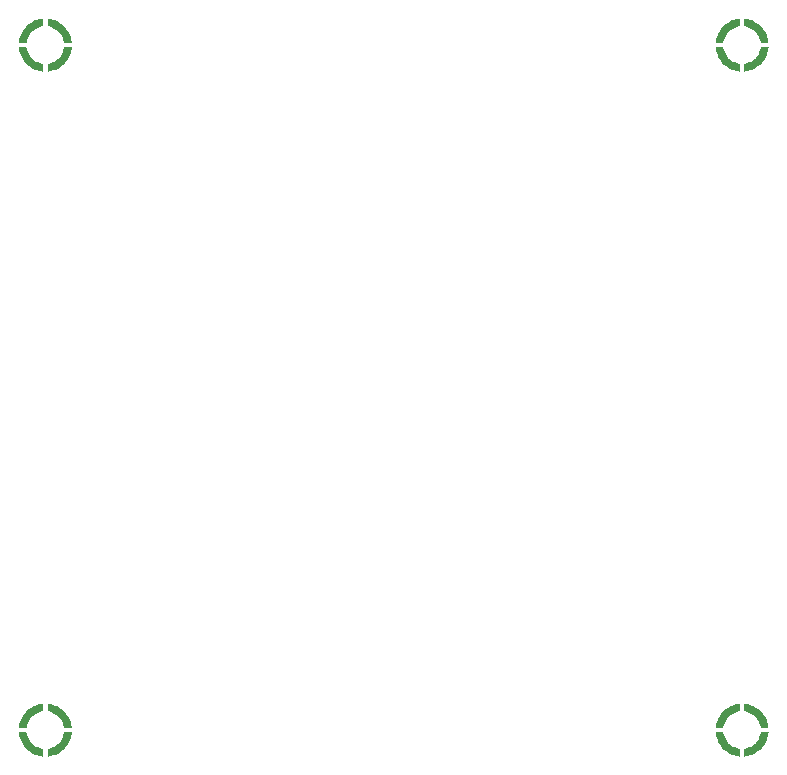
<source format=gbr>
G04*
G04 #@! TF.GenerationSoftware,Altium Limited,Altium Designer,24.3.1 (35)*
G04*
G04 Layer_Color=8421504*
%FSLAX25Y25*%
%MOIN*%
G70*
G04*
G04 #@! TF.SameCoordinates,4C6EEDD9-8573-49FE-A8EC-0E224A19D34F*
G04*
G04*
G04 #@! TF.FilePolarity,Positive*
G04*
G01*
G75*
G36*
X71885Y54331D02*
X71885D01*
X71885D01*
D01*
D02*
G37*
G36*
X74459Y54331D02*
X74512Y53988D01*
X74673Y53315D01*
X74908Y52663D01*
X75212Y52041D01*
X75583Y51456D01*
X76016Y50915D01*
X76506Y50426D01*
X77047Y49993D01*
X77631Y49622D01*
X78254Y49317D01*
X78905Y49083D01*
X79579Y48921D01*
X79921Y48868D01*
X79921D01*
Y46295D01*
X79537Y46329D01*
X78777Y46464D01*
X78032Y46665D01*
X77307Y46930D01*
X76609Y47256D01*
X75941Y47643D01*
X75309Y48085D01*
X74718Y48582D01*
X74172Y49127D01*
X73676Y49718D01*
X73233Y50350D01*
X72847Y51018D01*
X72520Y51717D01*
X72256Y52442D01*
X72055Y53187D01*
X71920Y53946D01*
X71885Y54331D01*
X74459Y54331D01*
D02*
G37*
G36*
X79921Y63941D02*
D01*
Y63941D01*
Y63941D01*
D02*
G37*
G36*
X79921Y61368D02*
X79579Y61315D01*
X78905Y61154D01*
X78254Y60919D01*
X77631Y60615D01*
X77047Y60243D01*
X76506Y59811D01*
X76016Y59321D01*
X75583Y58780D01*
X75212Y58195D01*
X74908Y57573D01*
X74673Y56921D01*
X74512Y56248D01*
X74459Y55905D01*
Y55905D01*
X71885D01*
X71920Y56290D01*
X72055Y57050D01*
X72256Y57794D01*
X72520Y58519D01*
X72847Y59218D01*
X73233Y59886D01*
X73676Y60518D01*
X74172Y61109D01*
X74718Y61655D01*
X75309Y62151D01*
X75941Y62594D01*
X76609Y62980D01*
X77307Y63306D01*
X78032Y63571D01*
X78777Y63772D01*
X79537Y63907D01*
X79921Y63941D01*
X79921Y61368D01*
D02*
G37*
G36*
X89498Y53946D02*
X89362Y53187D01*
X89162Y52442D01*
X88897Y51717D01*
X88570Y51018D01*
X88184Y50350D01*
X87741Y49718D01*
X87245Y49127D01*
X86700Y48582D01*
X86109Y48085D01*
X85477Y47643D01*
X84809Y47256D01*
X84110Y46930D01*
X83385Y46665D01*
X82640Y46464D01*
X81880Y46329D01*
X81496Y46295D01*
X81496Y48868D01*
X81839Y48921D01*
X82512Y49083D01*
X83164Y49317D01*
X83786Y49622D01*
X84371Y49993D01*
X84911Y50426D01*
X85401Y50915D01*
X85834Y51456D01*
X86205Y52041D01*
X86510Y52663D01*
X86744Y53315D01*
X86906Y53988D01*
X86958Y54331D01*
Y54331D01*
X89532D01*
X89498Y53946D01*
D02*
G37*
G36*
X81496Y46295D02*
Y46295D01*
D01*
Y46295D01*
D02*
G37*
G36*
X81880Y63907D02*
X82640Y63772D01*
X83385Y63571D01*
X84110Y63306D01*
X84809Y62980D01*
X85477Y62594D01*
X86109Y62151D01*
X86700Y61655D01*
X87245Y61109D01*
X87741Y60518D01*
X88184Y59886D01*
X88570Y59218D01*
X88897Y58519D01*
X89162Y57794D01*
X89362Y57050D01*
X89498Y56290D01*
X89532Y55905D01*
X86958Y55905D01*
X86906Y56248D01*
X86744Y56921D01*
X86510Y57573D01*
X86205Y58195D01*
X85834Y58780D01*
X85401Y59321D01*
X84911Y59811D01*
X84371Y60243D01*
X83786Y60615D01*
X83164Y60919D01*
X82512Y61154D01*
X81839Y61315D01*
X81496Y61368D01*
X81496D01*
Y63941D01*
X81880Y63907D01*
D02*
G37*
G36*
X89532Y55905D02*
X89532D01*
D01*
X89532D01*
D02*
G37*
G36*
X71885Y282677D02*
X71885D01*
X71885D01*
D01*
D02*
G37*
G36*
X74459Y282677D02*
X74512Y282335D01*
X74673Y281661D01*
X74908Y281010D01*
X75212Y280387D01*
X75583Y279803D01*
X76016Y279262D01*
X76506Y278772D01*
X77047Y278339D01*
X77631Y277968D01*
X78254Y277663D01*
X78905Y277429D01*
X79579Y277268D01*
X79921Y277215D01*
X79921D01*
Y274641D01*
X79537Y274676D01*
X78777Y274811D01*
X78032Y275011D01*
X77307Y275276D01*
X76609Y275603D01*
X75941Y275989D01*
X75309Y276432D01*
X74718Y276928D01*
X74172Y277474D01*
X73676Y278065D01*
X73233Y278696D01*
X72847Y279364D01*
X72520Y280063D01*
X72256Y280788D01*
X72055Y281533D01*
X71920Y282293D01*
X71885Y282677D01*
X74459Y282677D01*
D02*
G37*
G36*
X79921Y292288D02*
D01*
Y292288D01*
Y292288D01*
D02*
G37*
G36*
X79921Y289714D02*
X79579Y289662D01*
X78905Y289500D01*
X78254Y289266D01*
X77631Y288961D01*
X77047Y288590D01*
X76506Y288157D01*
X76016Y287667D01*
X75583Y287127D01*
X75212Y286542D01*
X74908Y285920D01*
X74673Y285268D01*
X74512Y284594D01*
X74459Y284252D01*
Y284252D01*
X71885D01*
X71920Y284636D01*
X72055Y285396D01*
X72256Y286141D01*
X72520Y286866D01*
X72847Y287565D01*
X73233Y288233D01*
X73676Y288864D01*
X74172Y289456D01*
X74718Y290001D01*
X75309Y290497D01*
X75941Y290940D01*
X76609Y291326D01*
X77307Y291653D01*
X78032Y291918D01*
X78777Y292118D01*
X79537Y292253D01*
X79921Y292288D01*
X79921Y289714D01*
D02*
G37*
G36*
X89498Y282293D02*
X89362Y281533D01*
X89162Y280788D01*
X88897Y280063D01*
X88570Y279364D01*
X88184Y278696D01*
X87741Y278065D01*
X87245Y277474D01*
X86700Y276928D01*
X86109Y276432D01*
X85477Y275989D01*
X84809Y275603D01*
X84110Y275276D01*
X83385Y275011D01*
X82640Y274811D01*
X81880Y274676D01*
X81496Y274641D01*
X81496Y277215D01*
X81839Y277268D01*
X82512Y277429D01*
X83164Y277663D01*
X83786Y277968D01*
X84371Y278339D01*
X84911Y278772D01*
X85401Y279262D01*
X85834Y279803D01*
X86205Y280387D01*
X86510Y281010D01*
X86744Y281661D01*
X86906Y282335D01*
X86958Y282677D01*
Y282677D01*
X89532D01*
X89498Y282293D01*
D02*
G37*
G36*
X81496Y274641D02*
Y274641D01*
D01*
Y274641D01*
D02*
G37*
G36*
X81880Y292253D02*
X82640Y292118D01*
X83385Y291918D01*
X84110Y291653D01*
X84809Y291326D01*
X85477Y290940D01*
X86109Y290497D01*
X86700Y290001D01*
X87245Y289456D01*
X87741Y288864D01*
X88184Y288233D01*
X88570Y287565D01*
X88897Y286866D01*
X89162Y286141D01*
X89362Y285396D01*
X89498Y284636D01*
X89532Y284252D01*
X86958Y284252D01*
X86906Y284594D01*
X86744Y285268D01*
X86510Y285920D01*
X86205Y286542D01*
X85834Y287127D01*
X85401Y287667D01*
X84911Y288157D01*
X84371Y288590D01*
X83786Y288961D01*
X83164Y289266D01*
X82512Y289500D01*
X81839Y289662D01*
X81496Y289714D01*
X81496D01*
Y292288D01*
X81880Y292253D01*
D02*
G37*
G36*
X89532Y284252D02*
X89532D01*
D01*
X89532D01*
D02*
G37*
G36*
X304169Y54331D02*
X304169D01*
X304169D01*
D01*
D02*
G37*
G36*
X306742Y54331D02*
X306795Y53988D01*
X306957Y53315D01*
X307191Y52663D01*
X307496Y52041D01*
X307867Y51456D01*
X308300Y50915D01*
X308789Y50426D01*
X309330Y49993D01*
X309915Y49622D01*
X310537Y49317D01*
X311189Y49083D01*
X311862Y48921D01*
X312205Y48868D01*
X312205D01*
Y46295D01*
X311821Y46329D01*
X311061Y46464D01*
X310316Y46665D01*
X309591Y46930D01*
X308892Y47256D01*
X308224Y47643D01*
X307592Y48085D01*
X307001Y48582D01*
X306456Y49127D01*
X305960Y49718D01*
X305517Y50350D01*
X305130Y51018D01*
X304804Y51717D01*
X304539Y52442D01*
X304338Y53187D01*
X304203Y53946D01*
X304169Y54331D01*
X306742Y54331D01*
D02*
G37*
G36*
X312205Y63941D02*
D01*
Y63941D01*
Y63941D01*
D02*
G37*
G36*
X312205Y61368D02*
X311862Y61315D01*
X311189Y61154D01*
X310537Y60919D01*
X309915Y60615D01*
X309330Y60243D01*
X308789Y59811D01*
X308300Y59321D01*
X307867Y58780D01*
X307496Y58195D01*
X307191Y57573D01*
X306957Y56921D01*
X306795Y56248D01*
X306742Y55905D01*
Y55905D01*
X304169D01*
X304203Y56290D01*
X304338Y57050D01*
X304539Y57794D01*
X304804Y58519D01*
X305130Y59218D01*
X305517Y59886D01*
X305960Y60518D01*
X306456Y61109D01*
X307001Y61655D01*
X307592Y62151D01*
X308224Y62594D01*
X308892Y62980D01*
X309591Y63306D01*
X310316Y63571D01*
X311061Y63772D01*
X311821Y63907D01*
X312205Y63941D01*
X312205Y61368D01*
D02*
G37*
G36*
X321781Y53946D02*
X321646Y53187D01*
X321445Y52442D01*
X321181Y51717D01*
X320854Y51018D01*
X320468Y50350D01*
X320025Y49718D01*
X319529Y49127D01*
X318983Y48582D01*
X318392Y48085D01*
X317760Y47643D01*
X317092Y47256D01*
X316393Y46930D01*
X315669Y46665D01*
X314924Y46464D01*
X314164Y46329D01*
X313779Y46295D01*
X313779Y48868D01*
X314122Y48921D01*
X314795Y49083D01*
X315447Y49317D01*
X316069Y49622D01*
X316654Y49993D01*
X317195Y50426D01*
X317685Y50915D01*
X318117Y51456D01*
X318489Y52041D01*
X318793Y52663D01*
X319028Y53315D01*
X319189Y53988D01*
X319242Y54331D01*
Y54331D01*
X321815D01*
X321781Y53946D01*
D02*
G37*
G36*
X313779Y46295D02*
Y46295D01*
D01*
Y46295D01*
D02*
G37*
G36*
X314164Y63907D02*
X314924Y63772D01*
X315669Y63571D01*
X316393Y63306D01*
X317092Y62980D01*
X317760Y62594D01*
X318392Y62151D01*
X318983Y61655D01*
X319529Y61109D01*
X320025Y60518D01*
X320468Y59886D01*
X320854Y59218D01*
X321181Y58519D01*
X321445Y57794D01*
X321646Y57050D01*
X321781Y56290D01*
X321815Y55905D01*
X319242Y55905D01*
X319189Y56248D01*
X319028Y56921D01*
X318793Y57573D01*
X318489Y58195D01*
X318117Y58780D01*
X317685Y59321D01*
X317195Y59811D01*
X316654Y60243D01*
X316069Y60615D01*
X315447Y60919D01*
X314795Y61154D01*
X314122Y61315D01*
X313779Y61368D01*
X313779D01*
Y63941D01*
X314164Y63907D01*
D02*
G37*
G36*
X321815Y55905D02*
X321815D01*
D01*
X321815D01*
D02*
G37*
G36*
X304169Y282677D02*
X304169D01*
X304169D01*
D01*
D02*
G37*
G36*
X306742Y282677D02*
X306795Y282335D01*
X306957Y281661D01*
X307191Y281010D01*
X307496Y280387D01*
X307867Y279803D01*
X308300Y279262D01*
X308789Y278772D01*
X309330Y278339D01*
X309915Y277968D01*
X310537Y277663D01*
X311189Y277429D01*
X311862Y277268D01*
X312205Y277215D01*
X312205D01*
Y274641D01*
X311821Y274676D01*
X311061Y274811D01*
X310316Y275011D01*
X309591Y275276D01*
X308892Y275603D01*
X308224Y275989D01*
X307592Y276432D01*
X307001Y276928D01*
X306456Y277474D01*
X305960Y278065D01*
X305517Y278696D01*
X305130Y279364D01*
X304804Y280063D01*
X304539Y280788D01*
X304338Y281533D01*
X304203Y282293D01*
X304169Y282677D01*
X306742Y282677D01*
D02*
G37*
G36*
X312205Y292288D02*
D01*
Y292288D01*
Y292288D01*
D02*
G37*
G36*
X312205Y289714D02*
X311862Y289662D01*
X311189Y289500D01*
X310537Y289266D01*
X309915Y288961D01*
X309330Y288590D01*
X308789Y288157D01*
X308300Y287667D01*
X307867Y287127D01*
X307496Y286542D01*
X307191Y285920D01*
X306957Y285268D01*
X306795Y284594D01*
X306742Y284252D01*
Y284252D01*
X304169D01*
X304203Y284636D01*
X304338Y285396D01*
X304539Y286141D01*
X304804Y286866D01*
X305130Y287565D01*
X305517Y288233D01*
X305960Y288864D01*
X306456Y289456D01*
X307001Y290001D01*
X307592Y290497D01*
X308224Y290940D01*
X308892Y291326D01*
X309591Y291653D01*
X310316Y291918D01*
X311061Y292118D01*
X311821Y292253D01*
X312205Y292288D01*
X312205Y289714D01*
D02*
G37*
G36*
X321781Y282293D02*
X321646Y281533D01*
X321445Y280788D01*
X321181Y280063D01*
X320854Y279364D01*
X320468Y278696D01*
X320025Y278065D01*
X319529Y277474D01*
X318983Y276928D01*
X318392Y276432D01*
X317760Y275989D01*
X317092Y275603D01*
X316393Y275276D01*
X315669Y275011D01*
X314924Y274811D01*
X314164Y274676D01*
X313779Y274641D01*
X313779Y277215D01*
X314122Y277268D01*
X314795Y277429D01*
X315447Y277663D01*
X316069Y277968D01*
X316654Y278339D01*
X317195Y278772D01*
X317685Y279262D01*
X318117Y279803D01*
X318489Y280387D01*
X318793Y281010D01*
X319028Y281661D01*
X319189Y282335D01*
X319242Y282677D01*
Y282677D01*
X321815D01*
X321781Y282293D01*
D02*
G37*
G36*
X313779Y274641D02*
Y274641D01*
D01*
Y274641D01*
D02*
G37*
G36*
X314164Y292253D02*
X314924Y292118D01*
X315669Y291918D01*
X316393Y291653D01*
X317092Y291326D01*
X317760Y290940D01*
X318392Y290497D01*
X318983Y290001D01*
X319529Y289456D01*
X320025Y288864D01*
X320468Y288233D01*
X320854Y287565D01*
X321181Y286866D01*
X321445Y286141D01*
X321646Y285396D01*
X321781Y284636D01*
X321815Y284252D01*
X319242Y284252D01*
X319189Y284594D01*
X319028Y285268D01*
X318793Y285920D01*
X318489Y286542D01*
X318117Y287127D01*
X317685Y287667D01*
X317195Y288157D01*
X316654Y288590D01*
X316069Y288961D01*
X315447Y289266D01*
X314795Y289500D01*
X314122Y289662D01*
X313779Y289714D01*
X313779D01*
Y292288D01*
X314164Y292253D01*
D02*
G37*
G36*
X321815Y284252D02*
X321815D01*
D01*
X321815D01*
D02*
G37*
M02*

</source>
